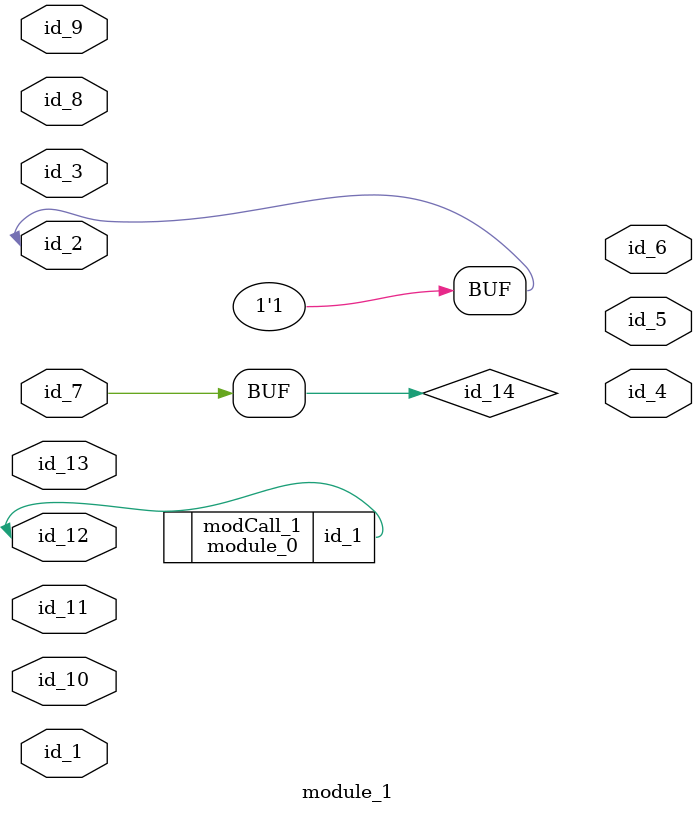
<source format=v>
module module_0 (
    id_1
);
  output wire id_1;
  wire id_2;
  wire id_3;
  wire id_5 = id_2;
endmodule
module module_1 (
    id_1,
    id_2,
    id_3,
    id_4,
    id_5,
    id_6,
    id_7,
    id_8,
    id_9,
    id_10,
    id_11,
    id_12,
    id_13
);
  input wire id_13;
  inout wire id_12;
  input wire id_11;
  inout wire id_10;
  input wire id_9;
  input wire id_8;
  inout wire id_7;
  output wire id_6;
  output wire id_5;
  output wire id_4;
  input wire id_3;
  inout wire id_2;
  inout wire id_1;
  module_0 modCall_1 (id_12);
  assign id_2 = 1;
  wire id_14 = id_7;
endmodule

</source>
